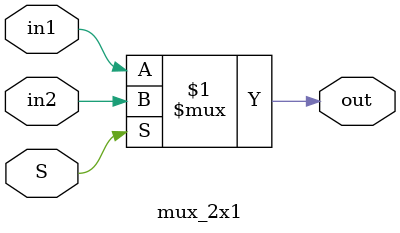
<source format=sv>
module mux_2x1(
    input logic S, 
    input logic in1, 
    input logic in2,
    output logic out
);
    assign out = S ? (in2):(in1); 
    
endmodule : mux_2x1
</source>
